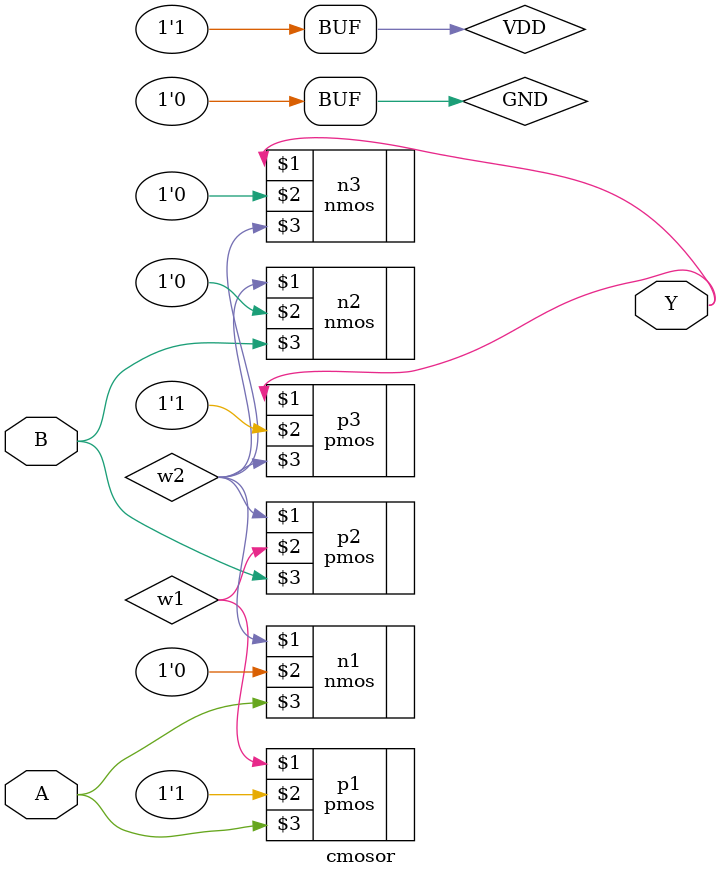
<source format=v>
`timescale 1ns / 1ps
module cmosor (Y, A, B);
input A, B; 
output Y;
wire w1,w2;
supply0 GND;
supply1 VDD;

//nor (Y, A, B);
pmos p1 (w1, VDD, A);
pmos p2 (w2, w1, B);
nmos n1 (w2, GND,A );
nmos n2 (w2, GND, B);
//or = ~nor
pmos p3 (Y, VDD, w2);
nmos n3 (Y, GND, w2);
endmodule


</source>
